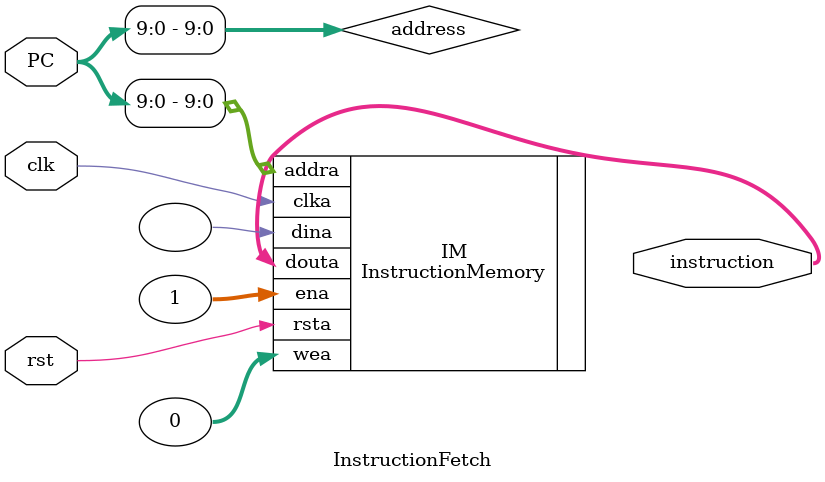
<source format=v>
`timescale 1ns / 1ps
module InstructionFetch(
input clk,
input rst,
input [31:0] PC,
output [31:0] instruction
    );

wire [9:0] address;

assign address = PC[9:0];

InstructionMemory IM (
  .clka(clk), // input clka
  .rsta(rst), // input rsta
  .ena(1), // input ena
  .wea(0), // input [0 : 0] wea
  .addra(address), // input [9 : 0] addra
  .dina(), // input [31 : 0] dina
  .douta(instruction) // output [31 : 0] douta
);

endmodule
////////////////////////////////////////////////////////////////
// *** Memory element for instruction fetch.
// Instruction Fetch from Block Ram(single port ROM).the name of
// BRAM is Instruction Memory where we will store the binary code
// or instructions to be executed.
// block ram specification are commented along side the instantia-
// tion of IM, memory address of [9:0], enable and reset pin are
// on and output is the instruction to be executed of 32 bits.
//
////////////////////////////////////////////////////////////////
</source>
